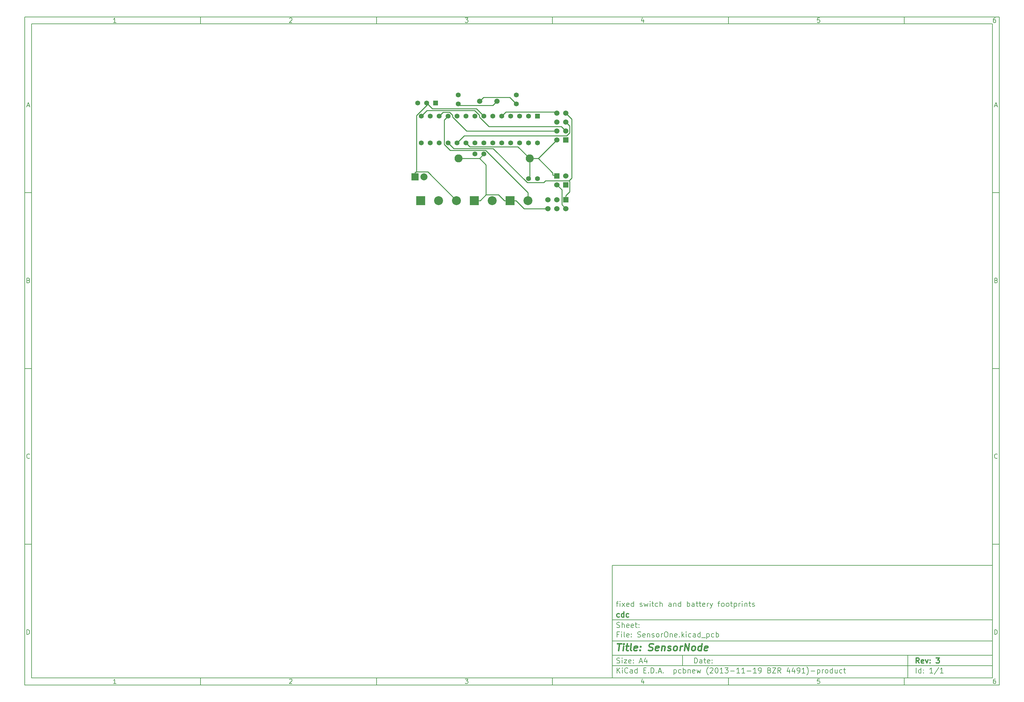
<source format=gtl>
%FSLAX34Y34*%
G04 Gerber Fmt 3.4, Leading zero omitted, Abs format*
G04 (created by PCBNEW (2013-11-19 BZR 4491)-product) date Thu 21 Nov 2013 01:11:00 GMT*
%MOIN*%
G01*
G70*
G90*
G04 APERTURE LIST*
%ADD10C,0.005906*%
%ADD11C,0.011811*%
%ADD12C,0.015748*%
%ADD13R,0.078700X0.078700*%
%ADD14C,0.078700*%
%ADD15C,0.055000*%
%ADD16R,0.055000X0.055000*%
%ADD17R,0.059055X0.059055*%
%ADD18C,0.059055*%
%ADD19R,0.060000X0.060000*%
%ADD20C,0.060000*%
%ADD21C,0.059100*%
%ADD22R,0.100000X0.100000*%
%ADD23C,0.100000*%
%ADD24C,0.090000*%
%ADD25C,0.010000*%
G04 APERTURE END LIST*
G54D10*
X69685Y-65357D02*
X69685Y-77955D01*
X112205Y-77955D01*
X112205Y-65357D01*
X69685Y-65357D01*
X3937Y-3937D02*
X3937Y-78742D01*
X112992Y-78742D01*
X112992Y-3937D01*
X3937Y-3937D01*
X4724Y-4724D02*
X4724Y-77955D01*
X112205Y-77955D01*
X112205Y-4724D01*
X4724Y-4724D01*
X23622Y-4724D02*
X23622Y-3937D01*
X43307Y-4724D02*
X43307Y-3937D01*
X62992Y-4724D02*
X62992Y-3937D01*
X82677Y-4724D02*
X82677Y-3937D01*
X102362Y-4724D02*
X102362Y-3937D01*
X14169Y-4562D02*
X13877Y-4562D01*
X14023Y-4562D02*
X14023Y-4050D01*
X13974Y-4123D01*
X13925Y-4172D01*
X13877Y-4196D01*
X33562Y-4099D02*
X33586Y-4074D01*
X33635Y-4050D01*
X33757Y-4050D01*
X33805Y-4074D01*
X33830Y-4099D01*
X33854Y-4147D01*
X33854Y-4196D01*
X33830Y-4269D01*
X33537Y-4562D01*
X33854Y-4562D01*
X53222Y-4050D02*
X53539Y-4050D01*
X53368Y-4245D01*
X53442Y-4245D01*
X53490Y-4269D01*
X53515Y-4294D01*
X53539Y-4342D01*
X53539Y-4464D01*
X53515Y-4513D01*
X53490Y-4537D01*
X53442Y-4562D01*
X53295Y-4562D01*
X53247Y-4537D01*
X53222Y-4513D01*
X73175Y-4221D02*
X73175Y-4562D01*
X73053Y-4026D02*
X72932Y-4391D01*
X73248Y-4391D01*
X92885Y-4050D02*
X92641Y-4050D01*
X92617Y-4294D01*
X92641Y-4269D01*
X92690Y-4245D01*
X92812Y-4245D01*
X92860Y-4269D01*
X92885Y-4294D01*
X92909Y-4342D01*
X92909Y-4464D01*
X92885Y-4513D01*
X92860Y-4537D01*
X92812Y-4562D01*
X92690Y-4562D01*
X92641Y-4537D01*
X92617Y-4513D01*
X112545Y-4050D02*
X112448Y-4050D01*
X112399Y-4074D01*
X112375Y-4099D01*
X112326Y-4172D01*
X112302Y-4269D01*
X112302Y-4464D01*
X112326Y-4513D01*
X112350Y-4537D01*
X112399Y-4562D01*
X112497Y-4562D01*
X112545Y-4537D01*
X112570Y-4513D01*
X112594Y-4464D01*
X112594Y-4342D01*
X112570Y-4294D01*
X112545Y-4269D01*
X112497Y-4245D01*
X112399Y-4245D01*
X112350Y-4269D01*
X112326Y-4294D01*
X112302Y-4342D01*
X23622Y-77955D02*
X23622Y-78742D01*
X43307Y-77955D02*
X43307Y-78742D01*
X62992Y-77955D02*
X62992Y-78742D01*
X82677Y-77955D02*
X82677Y-78742D01*
X102362Y-77955D02*
X102362Y-78742D01*
X14169Y-78580D02*
X13877Y-78580D01*
X14023Y-78580D02*
X14023Y-78069D01*
X13974Y-78142D01*
X13925Y-78190D01*
X13877Y-78215D01*
X33562Y-78117D02*
X33586Y-78093D01*
X33635Y-78069D01*
X33757Y-78069D01*
X33805Y-78093D01*
X33830Y-78117D01*
X33854Y-78166D01*
X33854Y-78215D01*
X33830Y-78288D01*
X33537Y-78580D01*
X33854Y-78580D01*
X53222Y-78069D02*
X53539Y-78069D01*
X53368Y-78263D01*
X53442Y-78263D01*
X53490Y-78288D01*
X53515Y-78312D01*
X53539Y-78361D01*
X53539Y-78483D01*
X53515Y-78532D01*
X53490Y-78556D01*
X53442Y-78580D01*
X53295Y-78580D01*
X53247Y-78556D01*
X53222Y-78532D01*
X73175Y-78239D02*
X73175Y-78580D01*
X73053Y-78044D02*
X72932Y-78410D01*
X73248Y-78410D01*
X92885Y-78069D02*
X92641Y-78069D01*
X92617Y-78312D01*
X92641Y-78288D01*
X92690Y-78263D01*
X92812Y-78263D01*
X92860Y-78288D01*
X92885Y-78312D01*
X92909Y-78361D01*
X92909Y-78483D01*
X92885Y-78532D01*
X92860Y-78556D01*
X92812Y-78580D01*
X92690Y-78580D01*
X92641Y-78556D01*
X92617Y-78532D01*
X112545Y-78069D02*
X112448Y-78069D01*
X112399Y-78093D01*
X112375Y-78117D01*
X112326Y-78190D01*
X112302Y-78288D01*
X112302Y-78483D01*
X112326Y-78532D01*
X112350Y-78556D01*
X112399Y-78580D01*
X112497Y-78580D01*
X112545Y-78556D01*
X112570Y-78532D01*
X112594Y-78483D01*
X112594Y-78361D01*
X112570Y-78312D01*
X112545Y-78288D01*
X112497Y-78263D01*
X112399Y-78263D01*
X112350Y-78288D01*
X112326Y-78312D01*
X112302Y-78361D01*
X3937Y-23622D02*
X4724Y-23622D01*
X3937Y-43307D02*
X4724Y-43307D01*
X3937Y-62992D02*
X4724Y-62992D01*
X4208Y-13864D02*
X4452Y-13864D01*
X4160Y-14011D02*
X4330Y-13499D01*
X4501Y-14011D01*
X4367Y-33428D02*
X4440Y-33452D01*
X4464Y-33476D01*
X4489Y-33525D01*
X4489Y-33598D01*
X4464Y-33647D01*
X4440Y-33671D01*
X4391Y-33696D01*
X4196Y-33696D01*
X4196Y-33184D01*
X4367Y-33184D01*
X4416Y-33208D01*
X4440Y-33233D01*
X4464Y-33281D01*
X4464Y-33330D01*
X4440Y-33379D01*
X4416Y-33403D01*
X4367Y-33428D01*
X4196Y-33428D01*
X4489Y-53332D02*
X4464Y-53356D01*
X4391Y-53381D01*
X4342Y-53381D01*
X4269Y-53356D01*
X4221Y-53308D01*
X4196Y-53259D01*
X4172Y-53161D01*
X4172Y-53088D01*
X4196Y-52991D01*
X4221Y-52942D01*
X4269Y-52893D01*
X4342Y-52869D01*
X4391Y-52869D01*
X4464Y-52893D01*
X4489Y-52918D01*
X4196Y-73066D02*
X4196Y-72554D01*
X4318Y-72554D01*
X4391Y-72578D01*
X4440Y-72627D01*
X4464Y-72676D01*
X4489Y-72773D01*
X4489Y-72846D01*
X4464Y-72944D01*
X4440Y-72993D01*
X4391Y-73041D01*
X4318Y-73066D01*
X4196Y-73066D01*
X112992Y-23622D02*
X112205Y-23622D01*
X112992Y-43307D02*
X112205Y-43307D01*
X112992Y-62992D02*
X112205Y-62992D01*
X112477Y-13864D02*
X112721Y-13864D01*
X112428Y-14011D02*
X112599Y-13499D01*
X112769Y-14011D01*
X112635Y-33428D02*
X112708Y-33452D01*
X112733Y-33476D01*
X112757Y-33525D01*
X112757Y-33598D01*
X112733Y-33647D01*
X112708Y-33671D01*
X112660Y-33696D01*
X112465Y-33696D01*
X112465Y-33184D01*
X112635Y-33184D01*
X112684Y-33208D01*
X112708Y-33233D01*
X112733Y-33281D01*
X112733Y-33330D01*
X112708Y-33379D01*
X112684Y-33403D01*
X112635Y-33428D01*
X112465Y-33428D01*
X112757Y-53332D02*
X112733Y-53356D01*
X112660Y-53381D01*
X112611Y-53381D01*
X112538Y-53356D01*
X112489Y-53308D01*
X112465Y-53259D01*
X112440Y-53161D01*
X112440Y-53088D01*
X112465Y-52991D01*
X112489Y-52942D01*
X112538Y-52893D01*
X112611Y-52869D01*
X112660Y-52869D01*
X112733Y-52893D01*
X112757Y-52918D01*
X112465Y-73066D02*
X112465Y-72554D01*
X112587Y-72554D01*
X112660Y-72578D01*
X112708Y-72627D01*
X112733Y-72676D01*
X112757Y-72773D01*
X112757Y-72846D01*
X112733Y-72944D01*
X112708Y-72993D01*
X112660Y-73041D01*
X112587Y-73066D01*
X112465Y-73066D01*
X78881Y-76293D02*
X78881Y-75703D01*
X79022Y-75703D01*
X79106Y-75731D01*
X79162Y-75787D01*
X79190Y-75843D01*
X79219Y-75956D01*
X79219Y-76040D01*
X79190Y-76153D01*
X79162Y-76209D01*
X79106Y-76265D01*
X79022Y-76293D01*
X78881Y-76293D01*
X79725Y-76293D02*
X79725Y-75984D01*
X79697Y-75928D01*
X79640Y-75899D01*
X79528Y-75899D01*
X79472Y-75928D01*
X79725Y-76265D02*
X79669Y-76293D01*
X79528Y-76293D01*
X79472Y-76265D01*
X79444Y-76209D01*
X79444Y-76153D01*
X79472Y-76096D01*
X79528Y-76068D01*
X79669Y-76068D01*
X79725Y-76040D01*
X79922Y-75899D02*
X80147Y-75899D01*
X80006Y-75703D02*
X80006Y-76209D01*
X80034Y-76265D01*
X80090Y-76293D01*
X80147Y-76293D01*
X80568Y-76265D02*
X80512Y-76293D01*
X80400Y-76293D01*
X80343Y-76265D01*
X80315Y-76209D01*
X80315Y-75984D01*
X80343Y-75928D01*
X80400Y-75899D01*
X80512Y-75899D01*
X80568Y-75928D01*
X80597Y-75984D01*
X80597Y-76040D01*
X80315Y-76096D01*
X80850Y-76237D02*
X80878Y-76265D01*
X80850Y-76293D01*
X80822Y-76265D01*
X80850Y-76237D01*
X80850Y-76293D01*
X80850Y-75928D02*
X80878Y-75956D01*
X80850Y-75984D01*
X80822Y-75956D01*
X80850Y-75928D01*
X80850Y-75984D01*
X69685Y-76577D02*
X112205Y-76577D01*
X70220Y-77395D02*
X70220Y-76805D01*
X70557Y-77395D02*
X70304Y-77058D01*
X70557Y-76805D02*
X70220Y-77142D01*
X70810Y-77395D02*
X70810Y-77002D01*
X70810Y-76805D02*
X70782Y-76833D01*
X70810Y-76861D01*
X70838Y-76833D01*
X70810Y-76805D01*
X70810Y-76861D01*
X71429Y-77339D02*
X71401Y-77367D01*
X71316Y-77395D01*
X71260Y-77395D01*
X71176Y-77367D01*
X71120Y-77311D01*
X71091Y-77255D01*
X71063Y-77142D01*
X71063Y-77058D01*
X71091Y-76946D01*
X71120Y-76889D01*
X71176Y-76833D01*
X71260Y-76805D01*
X71316Y-76805D01*
X71401Y-76833D01*
X71429Y-76861D01*
X71935Y-77395D02*
X71935Y-77086D01*
X71907Y-77030D01*
X71851Y-77002D01*
X71738Y-77002D01*
X71682Y-77030D01*
X71935Y-77367D02*
X71879Y-77395D01*
X71738Y-77395D01*
X71682Y-77367D01*
X71654Y-77311D01*
X71654Y-77255D01*
X71682Y-77199D01*
X71738Y-77171D01*
X71879Y-77171D01*
X71935Y-77142D01*
X72469Y-77395D02*
X72469Y-76805D01*
X72469Y-77367D02*
X72413Y-77395D01*
X72301Y-77395D01*
X72244Y-77367D01*
X72216Y-77339D01*
X72188Y-77283D01*
X72188Y-77114D01*
X72216Y-77058D01*
X72244Y-77030D01*
X72301Y-77002D01*
X72413Y-77002D01*
X72469Y-77030D01*
X73201Y-77086D02*
X73397Y-77086D01*
X73482Y-77395D02*
X73201Y-77395D01*
X73201Y-76805D01*
X73482Y-76805D01*
X73735Y-77339D02*
X73763Y-77367D01*
X73735Y-77395D01*
X73707Y-77367D01*
X73735Y-77339D01*
X73735Y-77395D01*
X74016Y-77395D02*
X74016Y-76805D01*
X74157Y-76805D01*
X74241Y-76833D01*
X74297Y-76889D01*
X74325Y-76946D01*
X74354Y-77058D01*
X74354Y-77142D01*
X74325Y-77255D01*
X74297Y-77311D01*
X74241Y-77367D01*
X74157Y-77395D01*
X74016Y-77395D01*
X74607Y-77339D02*
X74635Y-77367D01*
X74607Y-77395D01*
X74579Y-77367D01*
X74607Y-77339D01*
X74607Y-77395D01*
X74860Y-77227D02*
X75141Y-77227D01*
X74804Y-77395D02*
X75000Y-76805D01*
X75197Y-77395D01*
X75394Y-77339D02*
X75422Y-77367D01*
X75394Y-77395D01*
X75366Y-77367D01*
X75394Y-77339D01*
X75394Y-77395D01*
X76575Y-77002D02*
X76575Y-77592D01*
X76575Y-77030D02*
X76631Y-77002D01*
X76744Y-77002D01*
X76800Y-77030D01*
X76828Y-77058D01*
X76856Y-77114D01*
X76856Y-77283D01*
X76828Y-77339D01*
X76800Y-77367D01*
X76744Y-77395D01*
X76631Y-77395D01*
X76575Y-77367D01*
X77363Y-77367D02*
X77306Y-77395D01*
X77194Y-77395D01*
X77138Y-77367D01*
X77109Y-77339D01*
X77081Y-77283D01*
X77081Y-77114D01*
X77109Y-77058D01*
X77138Y-77030D01*
X77194Y-77002D01*
X77306Y-77002D01*
X77363Y-77030D01*
X77616Y-77395D02*
X77616Y-76805D01*
X77616Y-77030D02*
X77672Y-77002D01*
X77784Y-77002D01*
X77841Y-77030D01*
X77869Y-77058D01*
X77897Y-77114D01*
X77897Y-77283D01*
X77869Y-77339D01*
X77841Y-77367D01*
X77784Y-77395D01*
X77672Y-77395D01*
X77616Y-77367D01*
X78150Y-77002D02*
X78150Y-77395D01*
X78150Y-77058D02*
X78178Y-77030D01*
X78234Y-77002D01*
X78319Y-77002D01*
X78375Y-77030D01*
X78403Y-77086D01*
X78403Y-77395D01*
X78909Y-77367D02*
X78853Y-77395D01*
X78741Y-77395D01*
X78684Y-77367D01*
X78656Y-77311D01*
X78656Y-77086D01*
X78684Y-77030D01*
X78741Y-77002D01*
X78853Y-77002D01*
X78909Y-77030D01*
X78937Y-77086D01*
X78937Y-77142D01*
X78656Y-77199D01*
X79134Y-77002D02*
X79247Y-77395D01*
X79359Y-77114D01*
X79472Y-77395D01*
X79584Y-77002D01*
X80428Y-77620D02*
X80400Y-77592D01*
X80343Y-77508D01*
X80315Y-77452D01*
X80287Y-77367D01*
X80259Y-77227D01*
X80259Y-77114D01*
X80287Y-76974D01*
X80315Y-76889D01*
X80343Y-76833D01*
X80400Y-76749D01*
X80428Y-76721D01*
X80625Y-76861D02*
X80653Y-76833D01*
X80709Y-76805D01*
X80850Y-76805D01*
X80906Y-76833D01*
X80934Y-76861D01*
X80962Y-76917D01*
X80962Y-76974D01*
X80934Y-77058D01*
X80597Y-77395D01*
X80962Y-77395D01*
X81328Y-76805D02*
X81384Y-76805D01*
X81440Y-76833D01*
X81468Y-76861D01*
X81496Y-76917D01*
X81525Y-77030D01*
X81525Y-77171D01*
X81496Y-77283D01*
X81468Y-77339D01*
X81440Y-77367D01*
X81384Y-77395D01*
X81328Y-77395D01*
X81271Y-77367D01*
X81243Y-77339D01*
X81215Y-77283D01*
X81187Y-77171D01*
X81187Y-77030D01*
X81215Y-76917D01*
X81243Y-76861D01*
X81271Y-76833D01*
X81328Y-76805D01*
X82087Y-77395D02*
X81750Y-77395D01*
X81918Y-77395D02*
X81918Y-76805D01*
X81862Y-76889D01*
X81806Y-76946D01*
X81750Y-76974D01*
X82284Y-76805D02*
X82649Y-76805D01*
X82453Y-77030D01*
X82537Y-77030D01*
X82593Y-77058D01*
X82621Y-77086D01*
X82649Y-77142D01*
X82649Y-77283D01*
X82621Y-77339D01*
X82593Y-77367D01*
X82537Y-77395D01*
X82368Y-77395D01*
X82312Y-77367D01*
X82284Y-77339D01*
X82903Y-77171D02*
X83352Y-77171D01*
X83943Y-77395D02*
X83606Y-77395D01*
X83774Y-77395D02*
X83774Y-76805D01*
X83718Y-76889D01*
X83662Y-76946D01*
X83606Y-76974D01*
X84505Y-77395D02*
X84168Y-77395D01*
X84337Y-77395D02*
X84337Y-76805D01*
X84280Y-76889D01*
X84224Y-76946D01*
X84168Y-76974D01*
X84759Y-77171D02*
X85208Y-77171D01*
X85799Y-77395D02*
X85462Y-77395D01*
X85630Y-77395D02*
X85630Y-76805D01*
X85574Y-76889D01*
X85518Y-76946D01*
X85462Y-76974D01*
X86080Y-77395D02*
X86193Y-77395D01*
X86249Y-77367D01*
X86277Y-77339D01*
X86333Y-77255D01*
X86361Y-77142D01*
X86361Y-76917D01*
X86333Y-76861D01*
X86305Y-76833D01*
X86249Y-76805D01*
X86136Y-76805D01*
X86080Y-76833D01*
X86052Y-76861D01*
X86024Y-76917D01*
X86024Y-77058D01*
X86052Y-77114D01*
X86080Y-77142D01*
X86136Y-77171D01*
X86249Y-77171D01*
X86305Y-77142D01*
X86333Y-77114D01*
X86361Y-77058D01*
X87261Y-77086D02*
X87346Y-77114D01*
X87374Y-77142D01*
X87402Y-77199D01*
X87402Y-77283D01*
X87374Y-77339D01*
X87346Y-77367D01*
X87289Y-77395D01*
X87064Y-77395D01*
X87064Y-76805D01*
X87261Y-76805D01*
X87318Y-76833D01*
X87346Y-76861D01*
X87374Y-76917D01*
X87374Y-76974D01*
X87346Y-77030D01*
X87318Y-77058D01*
X87261Y-77086D01*
X87064Y-77086D01*
X87599Y-76805D02*
X87992Y-76805D01*
X87599Y-77395D01*
X87992Y-77395D01*
X88555Y-77395D02*
X88358Y-77114D01*
X88217Y-77395D02*
X88217Y-76805D01*
X88442Y-76805D01*
X88499Y-76833D01*
X88527Y-76861D01*
X88555Y-76917D01*
X88555Y-77002D01*
X88527Y-77058D01*
X88499Y-77086D01*
X88442Y-77114D01*
X88217Y-77114D01*
X89511Y-77002D02*
X89511Y-77395D01*
X89370Y-76777D02*
X89230Y-77199D01*
X89595Y-77199D01*
X90073Y-77002D02*
X90073Y-77395D01*
X89933Y-76777D02*
X89792Y-77199D01*
X90158Y-77199D01*
X90411Y-77395D02*
X90523Y-77395D01*
X90580Y-77367D01*
X90608Y-77339D01*
X90664Y-77255D01*
X90692Y-77142D01*
X90692Y-76917D01*
X90664Y-76861D01*
X90636Y-76833D01*
X90580Y-76805D01*
X90467Y-76805D01*
X90411Y-76833D01*
X90383Y-76861D01*
X90355Y-76917D01*
X90355Y-77058D01*
X90383Y-77114D01*
X90411Y-77142D01*
X90467Y-77171D01*
X90580Y-77171D01*
X90636Y-77142D01*
X90664Y-77114D01*
X90692Y-77058D01*
X91255Y-77395D02*
X90917Y-77395D01*
X91086Y-77395D02*
X91086Y-76805D01*
X91030Y-76889D01*
X90973Y-76946D01*
X90917Y-76974D01*
X91451Y-77620D02*
X91480Y-77592D01*
X91536Y-77508D01*
X91564Y-77452D01*
X91592Y-77367D01*
X91620Y-77227D01*
X91620Y-77114D01*
X91592Y-76974D01*
X91564Y-76889D01*
X91536Y-76833D01*
X91480Y-76749D01*
X91451Y-76721D01*
X91901Y-77171D02*
X92351Y-77171D01*
X92633Y-77002D02*
X92633Y-77592D01*
X92633Y-77030D02*
X92689Y-77002D01*
X92801Y-77002D01*
X92858Y-77030D01*
X92886Y-77058D01*
X92914Y-77114D01*
X92914Y-77283D01*
X92886Y-77339D01*
X92858Y-77367D01*
X92801Y-77395D01*
X92689Y-77395D01*
X92633Y-77367D01*
X93167Y-77395D02*
X93167Y-77002D01*
X93167Y-77114D02*
X93195Y-77058D01*
X93223Y-77030D01*
X93279Y-77002D01*
X93336Y-77002D01*
X93617Y-77395D02*
X93561Y-77367D01*
X93532Y-77339D01*
X93504Y-77283D01*
X93504Y-77114D01*
X93532Y-77058D01*
X93561Y-77030D01*
X93617Y-77002D01*
X93701Y-77002D01*
X93757Y-77030D01*
X93786Y-77058D01*
X93814Y-77114D01*
X93814Y-77283D01*
X93786Y-77339D01*
X93757Y-77367D01*
X93701Y-77395D01*
X93617Y-77395D01*
X94320Y-77395D02*
X94320Y-76805D01*
X94320Y-77367D02*
X94264Y-77395D01*
X94151Y-77395D01*
X94095Y-77367D01*
X94067Y-77339D01*
X94039Y-77283D01*
X94039Y-77114D01*
X94067Y-77058D01*
X94095Y-77030D01*
X94151Y-77002D01*
X94264Y-77002D01*
X94320Y-77030D01*
X94854Y-77002D02*
X94854Y-77395D01*
X94601Y-77002D02*
X94601Y-77311D01*
X94629Y-77367D01*
X94685Y-77395D01*
X94770Y-77395D01*
X94826Y-77367D01*
X94854Y-77339D01*
X95388Y-77367D02*
X95332Y-77395D01*
X95220Y-77395D01*
X95163Y-77367D01*
X95135Y-77339D01*
X95107Y-77283D01*
X95107Y-77114D01*
X95135Y-77058D01*
X95163Y-77030D01*
X95220Y-77002D01*
X95332Y-77002D01*
X95388Y-77030D01*
X95557Y-77002D02*
X95782Y-77002D01*
X95642Y-76805D02*
X95642Y-77311D01*
X95670Y-77367D01*
X95726Y-77395D01*
X95782Y-77395D01*
X69685Y-75396D02*
X112205Y-75396D01*
G54D11*
X104022Y-76293D02*
X103825Y-76012D01*
X103684Y-76293D02*
X103684Y-75703D01*
X103909Y-75703D01*
X103965Y-75731D01*
X103994Y-75759D01*
X104022Y-75815D01*
X104022Y-75899D01*
X103994Y-75956D01*
X103965Y-75984D01*
X103909Y-76012D01*
X103684Y-76012D01*
X104500Y-76265D02*
X104444Y-76293D01*
X104331Y-76293D01*
X104275Y-76265D01*
X104247Y-76209D01*
X104247Y-75984D01*
X104275Y-75928D01*
X104331Y-75899D01*
X104444Y-75899D01*
X104500Y-75928D01*
X104528Y-75984D01*
X104528Y-76040D01*
X104247Y-76096D01*
X104725Y-75899D02*
X104865Y-76293D01*
X105006Y-75899D01*
X105231Y-76237D02*
X105259Y-76265D01*
X105231Y-76293D01*
X105203Y-76265D01*
X105231Y-76237D01*
X105231Y-76293D01*
X105231Y-75928D02*
X105259Y-75956D01*
X105231Y-75984D01*
X105203Y-75956D01*
X105231Y-75928D01*
X105231Y-75984D01*
X105906Y-75703D02*
X106271Y-75703D01*
X106075Y-75928D01*
X106159Y-75928D01*
X106215Y-75956D01*
X106243Y-75984D01*
X106271Y-76040D01*
X106271Y-76181D01*
X106243Y-76237D01*
X106215Y-76265D01*
X106159Y-76293D01*
X105990Y-76293D01*
X105934Y-76265D01*
X105906Y-76237D01*
G54D10*
X70192Y-76265D02*
X70276Y-76293D01*
X70417Y-76293D01*
X70473Y-76265D01*
X70501Y-76237D01*
X70529Y-76181D01*
X70529Y-76124D01*
X70501Y-76068D01*
X70473Y-76040D01*
X70417Y-76012D01*
X70304Y-75984D01*
X70248Y-75956D01*
X70220Y-75928D01*
X70192Y-75871D01*
X70192Y-75815D01*
X70220Y-75759D01*
X70248Y-75731D01*
X70304Y-75703D01*
X70445Y-75703D01*
X70529Y-75731D01*
X70782Y-76293D02*
X70782Y-75899D01*
X70782Y-75703D02*
X70754Y-75731D01*
X70782Y-75759D01*
X70810Y-75731D01*
X70782Y-75703D01*
X70782Y-75759D01*
X71007Y-75899D02*
X71316Y-75899D01*
X71007Y-76293D01*
X71316Y-76293D01*
X71766Y-76265D02*
X71710Y-76293D01*
X71598Y-76293D01*
X71541Y-76265D01*
X71513Y-76209D01*
X71513Y-75984D01*
X71541Y-75928D01*
X71598Y-75899D01*
X71710Y-75899D01*
X71766Y-75928D01*
X71795Y-75984D01*
X71795Y-76040D01*
X71513Y-76096D01*
X72048Y-76237D02*
X72076Y-76265D01*
X72048Y-76293D01*
X72019Y-76265D01*
X72048Y-76237D01*
X72048Y-76293D01*
X72048Y-75928D02*
X72076Y-75956D01*
X72048Y-75984D01*
X72019Y-75956D01*
X72048Y-75928D01*
X72048Y-75984D01*
X72751Y-76124D02*
X73032Y-76124D01*
X72694Y-76293D02*
X72891Y-75703D01*
X73088Y-76293D01*
X73538Y-75899D02*
X73538Y-76293D01*
X73397Y-75674D02*
X73257Y-76096D01*
X73622Y-76096D01*
X103684Y-77395D02*
X103684Y-76805D01*
X104219Y-77395D02*
X104219Y-76805D01*
X104219Y-77367D02*
X104162Y-77395D01*
X104050Y-77395D01*
X103994Y-77367D01*
X103965Y-77339D01*
X103937Y-77283D01*
X103937Y-77114D01*
X103965Y-77058D01*
X103994Y-77030D01*
X104050Y-77002D01*
X104162Y-77002D01*
X104219Y-77030D01*
X104500Y-77339D02*
X104528Y-77367D01*
X104500Y-77395D01*
X104472Y-77367D01*
X104500Y-77339D01*
X104500Y-77395D01*
X104500Y-77030D02*
X104528Y-77058D01*
X104500Y-77086D01*
X104472Y-77058D01*
X104500Y-77030D01*
X104500Y-77086D01*
X105540Y-77395D02*
X105203Y-77395D01*
X105372Y-77395D02*
X105372Y-76805D01*
X105315Y-76889D01*
X105259Y-76946D01*
X105203Y-76974D01*
X106215Y-76777D02*
X105709Y-77536D01*
X106721Y-77395D02*
X106384Y-77395D01*
X106553Y-77395D02*
X106553Y-76805D01*
X106496Y-76889D01*
X106440Y-76946D01*
X106384Y-76974D01*
X69685Y-73821D02*
X112205Y-73821D01*
G54D12*
X70257Y-74099D02*
X70707Y-74099D01*
X70384Y-74886D02*
X70482Y-74099D01*
X70871Y-74886D02*
X70937Y-74361D01*
X70970Y-74099D02*
X70927Y-74136D01*
X70960Y-74174D01*
X71002Y-74136D01*
X70970Y-74099D01*
X70960Y-74174D01*
X71199Y-74361D02*
X71499Y-74361D01*
X71345Y-74099D02*
X71260Y-74774D01*
X71288Y-74849D01*
X71359Y-74886D01*
X71434Y-74886D01*
X71809Y-74886D02*
X71738Y-74849D01*
X71710Y-74774D01*
X71795Y-74099D01*
X72413Y-74849D02*
X72334Y-74886D01*
X72184Y-74886D01*
X72113Y-74849D01*
X72085Y-74774D01*
X72123Y-74474D01*
X72169Y-74399D01*
X72249Y-74361D01*
X72399Y-74361D01*
X72469Y-74399D01*
X72498Y-74474D01*
X72488Y-74549D01*
X72104Y-74624D01*
X72793Y-74811D02*
X72826Y-74849D01*
X72783Y-74886D01*
X72751Y-74849D01*
X72793Y-74811D01*
X72783Y-74886D01*
X72844Y-74399D02*
X72877Y-74436D01*
X72835Y-74474D01*
X72802Y-74436D01*
X72844Y-74399D01*
X72835Y-74474D01*
X73726Y-74849D02*
X73833Y-74886D01*
X74021Y-74886D01*
X74100Y-74849D01*
X74143Y-74811D01*
X74190Y-74736D01*
X74199Y-74661D01*
X74171Y-74586D01*
X74138Y-74549D01*
X74068Y-74511D01*
X73922Y-74474D01*
X73852Y-74436D01*
X73819Y-74399D01*
X73791Y-74324D01*
X73801Y-74249D01*
X73847Y-74174D01*
X73890Y-74136D01*
X73969Y-74099D01*
X74157Y-74099D01*
X74265Y-74136D01*
X74813Y-74849D02*
X74733Y-74886D01*
X74583Y-74886D01*
X74513Y-74849D01*
X74485Y-74774D01*
X74522Y-74474D01*
X74569Y-74399D01*
X74649Y-74361D01*
X74799Y-74361D01*
X74869Y-74399D01*
X74897Y-74474D01*
X74888Y-74549D01*
X74504Y-74624D01*
X75249Y-74361D02*
X75183Y-74886D01*
X75239Y-74436D02*
X75282Y-74399D01*
X75361Y-74361D01*
X75474Y-74361D01*
X75544Y-74399D01*
X75572Y-74474D01*
X75521Y-74886D01*
X75863Y-74849D02*
X75933Y-74886D01*
X76083Y-74886D01*
X76163Y-74849D01*
X76210Y-74774D01*
X76214Y-74736D01*
X76186Y-74661D01*
X76116Y-74624D01*
X76003Y-74624D01*
X75933Y-74586D01*
X75905Y-74511D01*
X75910Y-74474D01*
X75956Y-74399D01*
X76036Y-74361D01*
X76149Y-74361D01*
X76219Y-74399D01*
X76645Y-74886D02*
X76575Y-74849D01*
X76542Y-74811D01*
X76514Y-74736D01*
X76542Y-74511D01*
X76589Y-74436D01*
X76631Y-74399D01*
X76711Y-74361D01*
X76824Y-74361D01*
X76894Y-74399D01*
X76927Y-74436D01*
X76955Y-74511D01*
X76927Y-74736D01*
X76880Y-74811D01*
X76838Y-74849D01*
X76758Y-74886D01*
X76645Y-74886D01*
X77245Y-74886D02*
X77311Y-74361D01*
X77292Y-74511D02*
X77339Y-74436D01*
X77381Y-74399D01*
X77461Y-74361D01*
X77536Y-74361D01*
X77733Y-74886D02*
X77831Y-74099D01*
X78183Y-74886D01*
X78281Y-74099D01*
X78670Y-74886D02*
X78600Y-74849D01*
X78567Y-74811D01*
X78539Y-74736D01*
X78567Y-74511D01*
X78614Y-74436D01*
X78656Y-74399D01*
X78736Y-74361D01*
X78848Y-74361D01*
X78919Y-74399D01*
X78951Y-74436D01*
X78980Y-74511D01*
X78951Y-74736D01*
X78905Y-74811D01*
X78862Y-74849D01*
X78783Y-74886D01*
X78670Y-74886D01*
X79608Y-74886D02*
X79706Y-74099D01*
X79612Y-74849D02*
X79533Y-74886D01*
X79383Y-74886D01*
X79312Y-74849D01*
X79280Y-74811D01*
X79251Y-74736D01*
X79280Y-74511D01*
X79326Y-74436D01*
X79369Y-74399D01*
X79448Y-74361D01*
X79598Y-74361D01*
X79669Y-74399D01*
X80287Y-74849D02*
X80208Y-74886D01*
X80058Y-74886D01*
X79987Y-74849D01*
X79959Y-74774D01*
X79997Y-74474D01*
X80043Y-74399D01*
X80123Y-74361D01*
X80273Y-74361D01*
X80343Y-74399D01*
X80372Y-74474D01*
X80362Y-74549D01*
X79978Y-74624D01*
G54D10*
X70417Y-73070D02*
X70220Y-73070D01*
X70220Y-73380D02*
X70220Y-72789D01*
X70501Y-72789D01*
X70726Y-73380D02*
X70726Y-72986D01*
X70726Y-72789D02*
X70698Y-72817D01*
X70726Y-72845D01*
X70754Y-72817D01*
X70726Y-72789D01*
X70726Y-72845D01*
X71091Y-73380D02*
X71035Y-73352D01*
X71007Y-73295D01*
X71007Y-72789D01*
X71541Y-73352D02*
X71485Y-73380D01*
X71373Y-73380D01*
X71316Y-73352D01*
X71288Y-73295D01*
X71288Y-73070D01*
X71316Y-73014D01*
X71373Y-72986D01*
X71485Y-72986D01*
X71541Y-73014D01*
X71570Y-73070D01*
X71570Y-73127D01*
X71288Y-73183D01*
X71823Y-73323D02*
X71851Y-73352D01*
X71823Y-73380D01*
X71795Y-73352D01*
X71823Y-73323D01*
X71823Y-73380D01*
X71823Y-73014D02*
X71851Y-73042D01*
X71823Y-73070D01*
X71795Y-73042D01*
X71823Y-73014D01*
X71823Y-73070D01*
X72526Y-73352D02*
X72610Y-73380D01*
X72751Y-73380D01*
X72807Y-73352D01*
X72835Y-73323D01*
X72863Y-73267D01*
X72863Y-73211D01*
X72835Y-73155D01*
X72807Y-73127D01*
X72751Y-73099D01*
X72638Y-73070D01*
X72582Y-73042D01*
X72554Y-73014D01*
X72526Y-72958D01*
X72526Y-72902D01*
X72554Y-72845D01*
X72582Y-72817D01*
X72638Y-72789D01*
X72779Y-72789D01*
X72863Y-72817D01*
X73341Y-73352D02*
X73285Y-73380D01*
X73172Y-73380D01*
X73116Y-73352D01*
X73088Y-73295D01*
X73088Y-73070D01*
X73116Y-73014D01*
X73172Y-72986D01*
X73285Y-72986D01*
X73341Y-73014D01*
X73369Y-73070D01*
X73369Y-73127D01*
X73088Y-73183D01*
X73622Y-72986D02*
X73622Y-73380D01*
X73622Y-73042D02*
X73651Y-73014D01*
X73707Y-72986D01*
X73791Y-72986D01*
X73847Y-73014D01*
X73876Y-73070D01*
X73876Y-73380D01*
X74129Y-73352D02*
X74185Y-73380D01*
X74297Y-73380D01*
X74354Y-73352D01*
X74382Y-73295D01*
X74382Y-73267D01*
X74354Y-73211D01*
X74297Y-73183D01*
X74213Y-73183D01*
X74157Y-73155D01*
X74129Y-73099D01*
X74129Y-73070D01*
X74157Y-73014D01*
X74213Y-72986D01*
X74297Y-72986D01*
X74354Y-73014D01*
X74719Y-73380D02*
X74663Y-73352D01*
X74635Y-73323D01*
X74607Y-73267D01*
X74607Y-73099D01*
X74635Y-73042D01*
X74663Y-73014D01*
X74719Y-72986D01*
X74804Y-72986D01*
X74860Y-73014D01*
X74888Y-73042D01*
X74916Y-73099D01*
X74916Y-73267D01*
X74888Y-73323D01*
X74860Y-73352D01*
X74804Y-73380D01*
X74719Y-73380D01*
X75169Y-73380D02*
X75169Y-72986D01*
X75169Y-73099D02*
X75197Y-73042D01*
X75225Y-73014D01*
X75282Y-72986D01*
X75338Y-72986D01*
X75647Y-72789D02*
X75760Y-72789D01*
X75816Y-72817D01*
X75872Y-72874D01*
X75900Y-72986D01*
X75900Y-73183D01*
X75872Y-73295D01*
X75816Y-73352D01*
X75760Y-73380D01*
X75647Y-73380D01*
X75591Y-73352D01*
X75535Y-73295D01*
X75507Y-73183D01*
X75507Y-72986D01*
X75535Y-72874D01*
X75591Y-72817D01*
X75647Y-72789D01*
X76153Y-72986D02*
X76153Y-73380D01*
X76153Y-73042D02*
X76181Y-73014D01*
X76238Y-72986D01*
X76322Y-72986D01*
X76378Y-73014D01*
X76406Y-73070D01*
X76406Y-73380D01*
X76913Y-73352D02*
X76856Y-73380D01*
X76744Y-73380D01*
X76688Y-73352D01*
X76660Y-73295D01*
X76660Y-73070D01*
X76688Y-73014D01*
X76744Y-72986D01*
X76856Y-72986D01*
X76913Y-73014D01*
X76941Y-73070D01*
X76941Y-73127D01*
X76660Y-73183D01*
X77194Y-73323D02*
X77222Y-73352D01*
X77194Y-73380D01*
X77166Y-73352D01*
X77194Y-73323D01*
X77194Y-73380D01*
X77475Y-73380D02*
X77475Y-72789D01*
X77531Y-73155D02*
X77700Y-73380D01*
X77700Y-72986D02*
X77475Y-73211D01*
X77953Y-73380D02*
X77953Y-72986D01*
X77953Y-72789D02*
X77925Y-72817D01*
X77953Y-72845D01*
X77981Y-72817D01*
X77953Y-72789D01*
X77953Y-72845D01*
X78487Y-73352D02*
X78431Y-73380D01*
X78319Y-73380D01*
X78262Y-73352D01*
X78234Y-73323D01*
X78206Y-73267D01*
X78206Y-73099D01*
X78234Y-73042D01*
X78262Y-73014D01*
X78319Y-72986D01*
X78431Y-72986D01*
X78487Y-73014D01*
X78994Y-73380D02*
X78994Y-73070D01*
X78965Y-73014D01*
X78909Y-72986D01*
X78797Y-72986D01*
X78741Y-73014D01*
X78994Y-73352D02*
X78937Y-73380D01*
X78797Y-73380D01*
X78741Y-73352D01*
X78712Y-73295D01*
X78712Y-73239D01*
X78741Y-73183D01*
X78797Y-73155D01*
X78937Y-73155D01*
X78994Y-73127D01*
X79528Y-73380D02*
X79528Y-72789D01*
X79528Y-73352D02*
X79472Y-73380D01*
X79359Y-73380D01*
X79303Y-73352D01*
X79275Y-73323D01*
X79247Y-73267D01*
X79247Y-73099D01*
X79275Y-73042D01*
X79303Y-73014D01*
X79359Y-72986D01*
X79472Y-72986D01*
X79528Y-73014D01*
X79669Y-73436D02*
X80118Y-73436D01*
X80259Y-72986D02*
X80259Y-73577D01*
X80259Y-73014D02*
X80315Y-72986D01*
X80428Y-72986D01*
X80484Y-73014D01*
X80512Y-73042D01*
X80540Y-73099D01*
X80540Y-73267D01*
X80512Y-73323D01*
X80484Y-73352D01*
X80428Y-73380D01*
X80315Y-73380D01*
X80259Y-73352D01*
X81046Y-73352D02*
X80990Y-73380D01*
X80878Y-73380D01*
X80822Y-73352D01*
X80793Y-73323D01*
X80765Y-73267D01*
X80765Y-73099D01*
X80793Y-73042D01*
X80822Y-73014D01*
X80878Y-72986D01*
X80990Y-72986D01*
X81046Y-73014D01*
X81300Y-73380D02*
X81300Y-72789D01*
X81300Y-73014D02*
X81356Y-72986D01*
X81468Y-72986D01*
X81525Y-73014D01*
X81553Y-73042D01*
X81581Y-73099D01*
X81581Y-73267D01*
X81553Y-73323D01*
X81525Y-73352D01*
X81468Y-73380D01*
X81356Y-73380D01*
X81300Y-73352D01*
X69685Y-71459D02*
X112205Y-71459D01*
X70192Y-72289D02*
X70276Y-72317D01*
X70417Y-72317D01*
X70473Y-72289D01*
X70501Y-72260D01*
X70529Y-72204D01*
X70529Y-72148D01*
X70501Y-72092D01*
X70473Y-72064D01*
X70417Y-72036D01*
X70304Y-72007D01*
X70248Y-71979D01*
X70220Y-71951D01*
X70192Y-71895D01*
X70192Y-71839D01*
X70220Y-71782D01*
X70248Y-71754D01*
X70304Y-71726D01*
X70445Y-71726D01*
X70529Y-71754D01*
X70782Y-72317D02*
X70782Y-71726D01*
X71035Y-72317D02*
X71035Y-72007D01*
X71007Y-71951D01*
X70951Y-71923D01*
X70867Y-71923D01*
X70810Y-71951D01*
X70782Y-71979D01*
X71541Y-72289D02*
X71485Y-72317D01*
X71373Y-72317D01*
X71316Y-72289D01*
X71288Y-72232D01*
X71288Y-72007D01*
X71316Y-71951D01*
X71373Y-71923D01*
X71485Y-71923D01*
X71541Y-71951D01*
X71570Y-72007D01*
X71570Y-72064D01*
X71288Y-72120D01*
X72048Y-72289D02*
X71991Y-72317D01*
X71879Y-72317D01*
X71823Y-72289D01*
X71795Y-72232D01*
X71795Y-72007D01*
X71823Y-71951D01*
X71879Y-71923D01*
X71991Y-71923D01*
X72048Y-71951D01*
X72076Y-72007D01*
X72076Y-72064D01*
X71795Y-72120D01*
X72244Y-71923D02*
X72469Y-71923D01*
X72329Y-71726D02*
X72329Y-72232D01*
X72357Y-72289D01*
X72413Y-72317D01*
X72469Y-72317D01*
X72666Y-72260D02*
X72694Y-72289D01*
X72666Y-72317D01*
X72638Y-72289D01*
X72666Y-72260D01*
X72666Y-72317D01*
X72666Y-71951D02*
X72694Y-71979D01*
X72666Y-72007D01*
X72638Y-71979D01*
X72666Y-71951D01*
X72666Y-72007D01*
G54D11*
X70473Y-71108D02*
X70417Y-71136D01*
X70304Y-71136D01*
X70248Y-71108D01*
X70220Y-71079D01*
X70192Y-71023D01*
X70192Y-70854D01*
X70220Y-70798D01*
X70248Y-70770D01*
X70304Y-70742D01*
X70417Y-70742D01*
X70473Y-70770D01*
X70979Y-71136D02*
X70979Y-70545D01*
X70979Y-71108D02*
X70923Y-71136D01*
X70810Y-71136D01*
X70754Y-71108D01*
X70726Y-71079D01*
X70698Y-71023D01*
X70698Y-70854D01*
X70726Y-70798D01*
X70754Y-70770D01*
X70810Y-70742D01*
X70923Y-70742D01*
X70979Y-70770D01*
X71513Y-71108D02*
X71457Y-71136D01*
X71345Y-71136D01*
X71288Y-71108D01*
X71260Y-71079D01*
X71232Y-71023D01*
X71232Y-70854D01*
X71260Y-70798D01*
X71288Y-70770D01*
X71345Y-70742D01*
X71457Y-70742D01*
X71513Y-70770D01*
G54D10*
X70135Y-69561D02*
X70360Y-69561D01*
X70220Y-69955D02*
X70220Y-69448D01*
X70248Y-69392D01*
X70304Y-69364D01*
X70360Y-69364D01*
X70557Y-69955D02*
X70557Y-69561D01*
X70557Y-69364D02*
X70529Y-69392D01*
X70557Y-69420D01*
X70585Y-69392D01*
X70557Y-69364D01*
X70557Y-69420D01*
X70782Y-69955D02*
X71091Y-69561D01*
X70782Y-69561D02*
X71091Y-69955D01*
X71541Y-69926D02*
X71485Y-69955D01*
X71373Y-69955D01*
X71316Y-69926D01*
X71288Y-69870D01*
X71288Y-69645D01*
X71316Y-69589D01*
X71373Y-69561D01*
X71485Y-69561D01*
X71541Y-69589D01*
X71570Y-69645D01*
X71570Y-69701D01*
X71288Y-69758D01*
X72076Y-69955D02*
X72076Y-69364D01*
X72076Y-69926D02*
X72019Y-69955D01*
X71907Y-69955D01*
X71851Y-69926D01*
X71823Y-69898D01*
X71795Y-69842D01*
X71795Y-69673D01*
X71823Y-69617D01*
X71851Y-69589D01*
X71907Y-69561D01*
X72019Y-69561D01*
X72076Y-69589D01*
X72779Y-69926D02*
X72835Y-69955D01*
X72947Y-69955D01*
X73004Y-69926D01*
X73032Y-69870D01*
X73032Y-69842D01*
X73004Y-69786D01*
X72947Y-69758D01*
X72863Y-69758D01*
X72807Y-69730D01*
X72779Y-69673D01*
X72779Y-69645D01*
X72807Y-69589D01*
X72863Y-69561D01*
X72947Y-69561D01*
X73004Y-69589D01*
X73229Y-69561D02*
X73341Y-69955D01*
X73454Y-69673D01*
X73566Y-69955D01*
X73679Y-69561D01*
X73904Y-69955D02*
X73904Y-69561D01*
X73904Y-69364D02*
X73876Y-69392D01*
X73904Y-69420D01*
X73932Y-69392D01*
X73904Y-69364D01*
X73904Y-69420D01*
X74100Y-69561D02*
X74325Y-69561D01*
X74185Y-69364D02*
X74185Y-69870D01*
X74213Y-69926D01*
X74269Y-69955D01*
X74325Y-69955D01*
X74775Y-69926D02*
X74719Y-69955D01*
X74607Y-69955D01*
X74550Y-69926D01*
X74522Y-69898D01*
X74494Y-69842D01*
X74494Y-69673D01*
X74522Y-69617D01*
X74550Y-69589D01*
X74607Y-69561D01*
X74719Y-69561D01*
X74775Y-69589D01*
X75028Y-69955D02*
X75028Y-69364D01*
X75282Y-69955D02*
X75282Y-69645D01*
X75253Y-69589D01*
X75197Y-69561D01*
X75113Y-69561D01*
X75057Y-69589D01*
X75028Y-69617D01*
X76266Y-69955D02*
X76266Y-69645D01*
X76238Y-69589D01*
X76181Y-69561D01*
X76069Y-69561D01*
X76013Y-69589D01*
X76266Y-69926D02*
X76210Y-69955D01*
X76069Y-69955D01*
X76013Y-69926D01*
X75985Y-69870D01*
X75985Y-69814D01*
X76013Y-69758D01*
X76069Y-69730D01*
X76210Y-69730D01*
X76266Y-69701D01*
X76547Y-69561D02*
X76547Y-69955D01*
X76547Y-69617D02*
X76575Y-69589D01*
X76631Y-69561D01*
X76716Y-69561D01*
X76772Y-69589D01*
X76800Y-69645D01*
X76800Y-69955D01*
X77334Y-69955D02*
X77334Y-69364D01*
X77334Y-69926D02*
X77278Y-69955D01*
X77166Y-69955D01*
X77109Y-69926D01*
X77081Y-69898D01*
X77053Y-69842D01*
X77053Y-69673D01*
X77081Y-69617D01*
X77109Y-69589D01*
X77166Y-69561D01*
X77278Y-69561D01*
X77334Y-69589D01*
X78066Y-69955D02*
X78066Y-69364D01*
X78066Y-69589D02*
X78122Y-69561D01*
X78234Y-69561D01*
X78291Y-69589D01*
X78319Y-69617D01*
X78347Y-69673D01*
X78347Y-69842D01*
X78319Y-69898D01*
X78291Y-69926D01*
X78234Y-69955D01*
X78122Y-69955D01*
X78066Y-69926D01*
X78853Y-69955D02*
X78853Y-69645D01*
X78825Y-69589D01*
X78769Y-69561D01*
X78656Y-69561D01*
X78600Y-69589D01*
X78853Y-69926D02*
X78797Y-69955D01*
X78656Y-69955D01*
X78600Y-69926D01*
X78572Y-69870D01*
X78572Y-69814D01*
X78600Y-69758D01*
X78656Y-69730D01*
X78797Y-69730D01*
X78853Y-69701D01*
X79050Y-69561D02*
X79275Y-69561D01*
X79134Y-69364D02*
X79134Y-69870D01*
X79162Y-69926D01*
X79219Y-69955D01*
X79275Y-69955D01*
X79387Y-69561D02*
X79612Y-69561D01*
X79472Y-69364D02*
X79472Y-69870D01*
X79500Y-69926D01*
X79556Y-69955D01*
X79612Y-69955D01*
X80034Y-69926D02*
X79978Y-69955D01*
X79865Y-69955D01*
X79809Y-69926D01*
X79781Y-69870D01*
X79781Y-69645D01*
X79809Y-69589D01*
X79865Y-69561D01*
X79978Y-69561D01*
X80034Y-69589D01*
X80062Y-69645D01*
X80062Y-69701D01*
X79781Y-69758D01*
X80315Y-69955D02*
X80315Y-69561D01*
X80315Y-69673D02*
X80343Y-69617D01*
X80372Y-69589D01*
X80428Y-69561D01*
X80484Y-69561D01*
X80625Y-69561D02*
X80765Y-69955D01*
X80906Y-69561D02*
X80765Y-69955D01*
X80709Y-70095D01*
X80681Y-70123D01*
X80625Y-70151D01*
X81496Y-69561D02*
X81721Y-69561D01*
X81581Y-69955D02*
X81581Y-69448D01*
X81609Y-69392D01*
X81665Y-69364D01*
X81721Y-69364D01*
X82003Y-69955D02*
X81946Y-69926D01*
X81918Y-69898D01*
X81890Y-69842D01*
X81890Y-69673D01*
X81918Y-69617D01*
X81946Y-69589D01*
X82003Y-69561D01*
X82087Y-69561D01*
X82143Y-69589D01*
X82171Y-69617D01*
X82199Y-69673D01*
X82199Y-69842D01*
X82171Y-69898D01*
X82143Y-69926D01*
X82087Y-69955D01*
X82003Y-69955D01*
X82537Y-69955D02*
X82481Y-69926D01*
X82453Y-69898D01*
X82424Y-69842D01*
X82424Y-69673D01*
X82453Y-69617D01*
X82481Y-69589D01*
X82537Y-69561D01*
X82621Y-69561D01*
X82678Y-69589D01*
X82706Y-69617D01*
X82734Y-69673D01*
X82734Y-69842D01*
X82706Y-69898D01*
X82678Y-69926D01*
X82621Y-69955D01*
X82537Y-69955D01*
X82903Y-69561D02*
X83127Y-69561D01*
X82987Y-69364D02*
X82987Y-69870D01*
X83015Y-69926D01*
X83071Y-69955D01*
X83127Y-69955D01*
X83324Y-69561D02*
X83324Y-70151D01*
X83324Y-69589D02*
X83381Y-69561D01*
X83493Y-69561D01*
X83549Y-69589D01*
X83577Y-69617D01*
X83606Y-69673D01*
X83606Y-69842D01*
X83577Y-69898D01*
X83549Y-69926D01*
X83493Y-69955D01*
X83381Y-69955D01*
X83324Y-69926D01*
X83859Y-69955D02*
X83859Y-69561D01*
X83859Y-69673D02*
X83887Y-69617D01*
X83915Y-69589D01*
X83971Y-69561D01*
X84027Y-69561D01*
X84224Y-69955D02*
X84224Y-69561D01*
X84224Y-69364D02*
X84196Y-69392D01*
X84224Y-69420D01*
X84252Y-69392D01*
X84224Y-69364D01*
X84224Y-69420D01*
X84505Y-69561D02*
X84505Y-69955D01*
X84505Y-69617D02*
X84534Y-69589D01*
X84590Y-69561D01*
X84674Y-69561D01*
X84730Y-69589D01*
X84759Y-69645D01*
X84759Y-69955D01*
X84955Y-69561D02*
X85180Y-69561D01*
X85040Y-69364D02*
X85040Y-69870D01*
X85068Y-69926D01*
X85124Y-69955D01*
X85180Y-69955D01*
X85349Y-69926D02*
X85405Y-69955D01*
X85518Y-69955D01*
X85574Y-69926D01*
X85602Y-69870D01*
X85602Y-69842D01*
X85574Y-69786D01*
X85518Y-69758D01*
X85433Y-69758D01*
X85377Y-69730D01*
X85349Y-69673D01*
X85349Y-69645D01*
X85377Y-69589D01*
X85433Y-69561D01*
X85518Y-69561D01*
X85574Y-69589D01*
X77559Y-75396D02*
X77559Y-76577D01*
X102756Y-75396D02*
X102756Y-77955D01*
G54D13*
X47629Y-21850D03*
G54D14*
X48629Y-21850D03*
G54D15*
X52460Y-13688D03*
X52460Y-12688D03*
X58956Y-13688D03*
X58956Y-12688D03*
X54322Y-19291D03*
X55322Y-19291D03*
X60322Y-15035D03*
X59322Y-15035D03*
X58322Y-15035D03*
X57322Y-15035D03*
X56322Y-15035D03*
X55322Y-15035D03*
X54322Y-15035D03*
X53322Y-15035D03*
X52322Y-15035D03*
X51322Y-15035D03*
X50322Y-15035D03*
X49322Y-15035D03*
X48322Y-15035D03*
G54D16*
X61322Y-15035D03*
G54D15*
X48322Y-18035D03*
X49322Y-18035D03*
X50322Y-18035D03*
X51322Y-18035D03*
X52322Y-18035D03*
X53322Y-18035D03*
X54322Y-18035D03*
X55322Y-18035D03*
X56322Y-18035D03*
X57322Y-18035D03*
X58322Y-18035D03*
X59322Y-18035D03*
X60322Y-18035D03*
X61322Y-18035D03*
G54D17*
X64476Y-17708D03*
G54D18*
X63476Y-17708D03*
X64476Y-16708D03*
X63476Y-16708D03*
X64476Y-15708D03*
X63476Y-15708D03*
X64476Y-14708D03*
X63476Y-14708D03*
G54D19*
X64484Y-24401D03*
G54D20*
X64484Y-25401D03*
X63484Y-24401D03*
X63484Y-25401D03*
X62484Y-24401D03*
X62484Y-25401D03*
G54D15*
X60326Y-22047D03*
X61326Y-22047D03*
G54D19*
X63476Y-21751D03*
G54D20*
X64476Y-21751D03*
G54D19*
X64476Y-22736D03*
G54D20*
X63476Y-22736D03*
G54D21*
X54846Y-13385D03*
X56768Y-13385D03*
G54D22*
X54250Y-24500D03*
G54D23*
X56250Y-24500D03*
G54D22*
X48250Y-24500D03*
G54D23*
X50250Y-24500D03*
X52250Y-24500D03*
G54D22*
X58250Y-24500D03*
G54D23*
X60250Y-24500D03*
G54D16*
X49917Y-13582D03*
G54D15*
X48917Y-13582D03*
X47917Y-13582D03*
G54D24*
X52471Y-19783D03*
X60433Y-19783D03*
G54D25*
X63476Y-21751D02*
X63026Y-21653D01*
X53750Y-18463D02*
X53322Y-18035D01*
X59112Y-18463D02*
X53750Y-18463D01*
X60433Y-19783D02*
X59112Y-18463D01*
X63026Y-21408D02*
X63026Y-21653D01*
X61401Y-19783D02*
X63026Y-21408D01*
X63476Y-17708D02*
X61401Y-19783D01*
X49531Y-14196D02*
X49042Y-13708D01*
X54484Y-14196D02*
X49531Y-14196D01*
X55322Y-15035D02*
X54484Y-14196D01*
X49042Y-13708D02*
X48917Y-13582D01*
X61401Y-19783D02*
X60433Y-19783D01*
X60433Y-21940D02*
X60326Y-22047D01*
X60433Y-19783D02*
X60433Y-21940D01*
X47782Y-14968D02*
X47782Y-21292D01*
X49042Y-13708D02*
X47782Y-14968D01*
X47768Y-21306D02*
X47782Y-21292D01*
X47629Y-21306D02*
X47768Y-21306D01*
X49042Y-21292D02*
X52250Y-24500D01*
X47782Y-21292D02*
X49042Y-21292D01*
X47629Y-21850D02*
X47629Y-21306D01*
X64034Y-24951D02*
X64484Y-25401D01*
X64034Y-23293D02*
X64034Y-24951D01*
X63476Y-22736D02*
X64034Y-23293D01*
X55550Y-20502D02*
X54830Y-19783D01*
X55550Y-23849D02*
X55550Y-20502D01*
X56949Y-23849D02*
X55550Y-23849D01*
X57599Y-24500D02*
X56949Y-23849D01*
X55550Y-23849D02*
X54900Y-24500D01*
X54250Y-24500D02*
X54900Y-24500D01*
X57924Y-24500D02*
X57599Y-24500D01*
X52471Y-19783D02*
X54830Y-19783D01*
X54830Y-19783D02*
X55322Y-19291D01*
X57924Y-24500D02*
X58250Y-24500D01*
X59801Y-25401D02*
X62484Y-25401D01*
X58900Y-24500D02*
X59801Y-25401D01*
X58250Y-24500D02*
X58900Y-24500D01*
X52604Y-13832D02*
X52460Y-13688D01*
X56321Y-13832D02*
X52604Y-13832D01*
X56768Y-13385D02*
X56321Y-13832D01*
X58206Y-12938D02*
X58956Y-13688D01*
X55293Y-12938D02*
X58206Y-12938D01*
X54846Y-13385D02*
X55293Y-12938D01*
X50885Y-15472D02*
X51322Y-15035D01*
X50885Y-18218D02*
X50885Y-15472D01*
X51532Y-18866D02*
X50885Y-18218D01*
X55508Y-18866D02*
X51532Y-18866D01*
X60250Y-23607D02*
X55508Y-18866D01*
X60250Y-24500D02*
X60250Y-23607D01*
X50761Y-14597D02*
X50322Y-15035D01*
X51487Y-14597D02*
X50761Y-14597D01*
X51822Y-14931D02*
X51487Y-14597D01*
X51822Y-15155D02*
X51822Y-14931D01*
X53376Y-16708D02*
X51822Y-15155D01*
X63476Y-16708D02*
X53376Y-16708D01*
X48961Y-14396D02*
X48322Y-15035D01*
X54287Y-14396D02*
X48961Y-14396D01*
X54822Y-14931D02*
X54287Y-14396D01*
X54822Y-15147D02*
X54822Y-14931D01*
X55883Y-16208D02*
X54822Y-15147D01*
X63976Y-16208D02*
X55883Y-16208D01*
X64476Y-16708D02*
X63976Y-16208D01*
X64484Y-24401D02*
X64484Y-23951D01*
X65142Y-15374D02*
X64476Y-14708D01*
X65142Y-21969D02*
X65142Y-15374D01*
X64835Y-22276D02*
X65142Y-21969D01*
X64926Y-22368D02*
X64835Y-22276D01*
X64926Y-23509D02*
X64926Y-22368D01*
X64484Y-23951D02*
X64926Y-23509D01*
X51953Y-18666D02*
X51322Y-18035D01*
X56344Y-18666D02*
X51953Y-18666D01*
X60164Y-22485D02*
X56344Y-18666D01*
X62020Y-22485D02*
X60164Y-22485D01*
X62229Y-22276D02*
X62020Y-22485D01*
X64835Y-22276D02*
X62229Y-22276D01*
X53129Y-17228D02*
X52322Y-18035D01*
X64592Y-17228D02*
X53129Y-17228D01*
X64921Y-16899D02*
X64592Y-17228D01*
X64921Y-16154D02*
X64921Y-16899D01*
X64476Y-15708D02*
X64921Y-16154D01*
X57771Y-14587D02*
X57322Y-15035D01*
X63354Y-14587D02*
X57771Y-14587D01*
X63476Y-14708D02*
X63354Y-14587D01*
M02*

</source>
